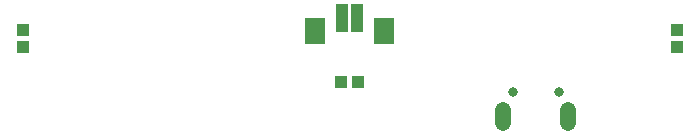
<source format=gts>
G75*
G70*
%OFA0B0*%
%FSLAX24Y24*%
%IPPOS*%
%LPD*%
%AMOC8*
5,1,8,0,0,1.08239X$1,22.5*
%
%ADD10R,0.0395X0.0395*%
%ADD11C,0.0316*%
%ADD12C,0.0517*%
%ADD13R,0.0395X0.0946*%
%ADD14R,0.0671X0.0867*%
D10*
X002300Y004305D03*
X002300Y004895D03*
X012905Y003140D03*
X013495Y003140D03*
X024100Y004305D03*
X024100Y004895D03*
D11*
X020168Y002827D03*
X018632Y002827D03*
D12*
X018307Y002218D02*
X018307Y001782D01*
X020493Y001782D02*
X020493Y002218D01*
D13*
X013456Y005300D03*
X012944Y005300D03*
D14*
X012039Y004867D03*
X014361Y004867D03*
M02*

</source>
